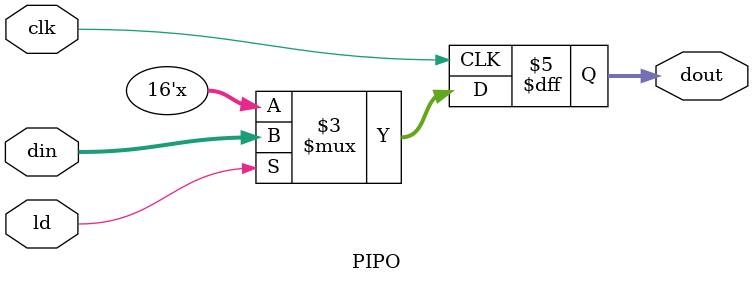
<source format=v>
module PIPO(dout,din,ld,clk);
    input [15:0] din;
    input ld,clk;
    output reg [15:0] dout;

    always @(posedge clk)
        begin
            if (ld) 
                dout <= din;
            else
                dout <= 16'bz; 
        end
endmodule
</source>
